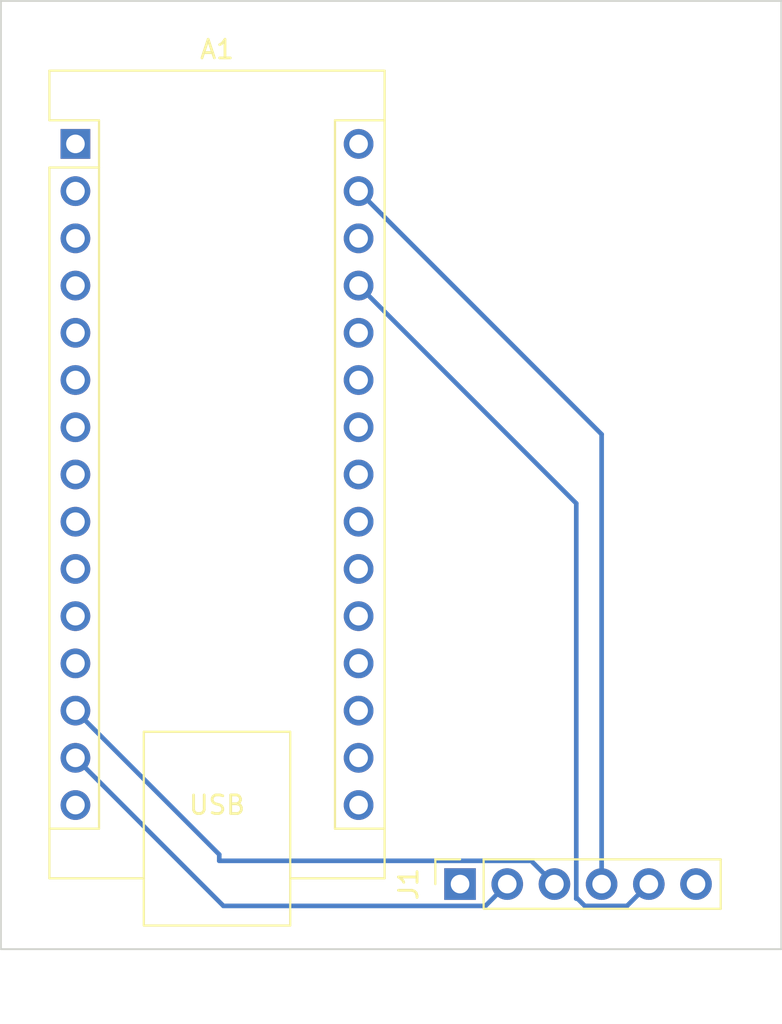
<source format=kicad_pcb>
(kicad_pcb (version 20221018) (generator pcbnew)
  (layers (0 "F.Cu" signal) (31 "B.Cu" signal) (34 "B.Paste" user) (35 "F.Paste" user) (36 "B.SilkS" user "B.Silkscreen") (37 "F.SilkS" user "F.Silkscreen") (38 "B.Mask" user) (39 "F.Mask" user) (44 "Edge.Cuts" user))
  (net 0 "")
  (net 4 "gnd")
  (net 13 "tx")
  (net 14 "rx")
  (net 27 "vcc")
  (net 30 "en")
  (net 31 "state")
  (footprint "Connector_PinSocket_2.54mm:PinSocket_1x06_P2.54mm_Vertical" (layer "F.Cu") (at 82.96 83.5 90)
    (fp_text reference "J1" (at 0 -2.77 90) (layer "F.SilkS"))
    (fp_text value "Conn_01x06_Socket")
    (fp_line (start -1.33 1.27) (end -1.33 14.03) (stroke (width 0.12)) (layer "F.SilkS"))
    (fp_line (start -1.33 1.27) (end 1.33 1.27) (stroke (width 0.12)) (layer "F.SilkS"))
    (fp_line (start -1.33 14.03) (end 1.33 14.03) (stroke (width 0.12)) (layer "F.SilkS"))
    (fp_line (start 0 -1.33) (end 1.33 -1.33) (stroke (width 0.12)) (layer "F.SilkS"))
    (fp_line (start 1.33 -1.33) (end 1.33 0) (stroke (width 0.12)) (layer "F.SilkS"))
    (fp_line (start 1.33 1.27) (end 1.33 14.03) (stroke (width 0.12)) (layer "F.SilkS"))
    (pad "1" thru_hole rect (at 0 0 90) (size 1.7 1.7) (drill 1) (layers "*.Cu" "*.Mask") (net 31 "state"))
    (pad "2" thru_hole oval (at 0 2.54 90) (size 1.7 1.7) (drill 1) (layers "*.Cu" "*.Mask") (net 14 "rx"))
    (pad "3" thru_hole oval (at 0 5.08 90) (size 1.7 1.7) (drill 1) (layers "*.Cu" "*.Mask") (net 13 "tx"))
    (pad "4" thru_hole oval (at 0 7.62 90) (size 1.7 1.7) (drill 1) (layers "*.Cu" "*.Mask") (net 4 "gnd"))
    (pad "5" thru_hole oval (at 0 10.16 90) (size 1.7 1.7) (drill 1) (layers "*.Cu" "*.Mask") (net 27 "vcc"))
    (pad "6" thru_hole oval (at 0 12.7 90) (size 1.7 1.7) (drill 1) (layers "*.Cu" "*.Mask") (net 30 "en"))
  )
  (footprint "Module:Arduino_Nano" (layer "F.Cu") (at 62.26 43.69)
    (fp_text reference "A1" (at 7.62 -5.08) (layer "F.SilkS"))
    (fp_text value "Arduino_Nano_v3.x")
    (fp_text user "USB" (at 7.62 35.56 unlocked) (layer "F.SilkS"))
    (fp_line (start -1.4 -3.94) (end -1.4 -1.27) (stroke (width 0.12)) (layer "F.SilkS"))
    (fp_line (start -1.4 1.27) (end -1.4 39.5) (stroke (width 0.12)) (layer "F.SilkS"))
    (fp_line (start -1.4 39.5) (end 3.68 39.5) (stroke (width 0.12)) (layer "F.SilkS"))
    (fp_line (start 1.27 -1.27) (end -1.4 -1.27) (stroke (width 0.12)) (layer "F.SilkS"))
    (fp_line (start 1.27 1.27) (end -1.4 1.27) (stroke (width 0.12)) (layer "F.SilkS"))
    (fp_line (start 1.27 1.27) (end 1.27 -1.27) (stroke (width 0.12)) (layer "F.SilkS"))
    (fp_line (start 1.27 1.27) (end 1.27 36.83) (stroke (width 0.12)) (layer "F.SilkS"))
    (fp_line (start 1.27 36.83) (end -1.4 36.83) (stroke (width 0.12)) (layer "F.SilkS"))
    (fp_line (start 3.68 31.62) (end 11.56 31.62) (stroke (width 0.12)) (layer "F.SilkS"))
    (fp_line (start 3.68 42.04) (end 3.68 31.62) (stroke (width 0.12)) (layer "F.SilkS"))
    (fp_line (start 11.56 31.62) (end 11.56 42.04) (stroke (width 0.12)) (layer "F.SilkS"))
    (fp_line (start 11.56 42.04) (end 3.68 42.04) (stroke (width 0.12)) (layer "F.SilkS"))
    (fp_line (start 13.97 -1.27) (end 13.97 36.83) (stroke (width 0.12)) (layer "F.SilkS"))
    (fp_line (start 13.97 -1.27) (end 16.64 -1.27) (stroke (width 0.12)) (layer "F.SilkS"))
    (fp_line (start 13.97 36.83) (end 16.64 36.83) (stroke (width 0.12)) (layer "F.SilkS"))
    (fp_line (start 16.64 -3.94) (end -1.4 -3.94) (stroke (width 0.12)) (layer "F.SilkS"))
    (fp_line (start 16.64 39.5) (end 11.56 39.5) (stroke (width 0.12)) (layer "F.SilkS"))
    (fp_line (start 16.64 39.5) (end 16.64 -3.94) (stroke (width 0.12)) (layer "F.SilkS"))
    (pad "1" thru_hole rect (at 0 0) (size 1.6 1.6) (drill 1) (layers "*.Cu" "*.Mask"))
    (pad "2" thru_hole oval (at 0 2.54) (size 1.6 1.6) (drill 1) (layers "*.Cu" "*.Mask"))
    (pad "3" thru_hole oval (at 0 5.08) (size 1.6 1.6) (drill 1) (layers "*.Cu" "*.Mask"))
    (pad "4" thru_hole oval (at 0 7.62) (size 1.6 1.6) (drill 1) (layers "*.Cu" "*.Mask") (net 4 "gnd"))
    (pad "5" thru_hole oval (at 0 10.16) (size 1.6 1.6) (drill 1) (layers "*.Cu" "*.Mask"))
    (pad "6" thru_hole oval (at 0 12.7) (size 1.6 1.6) (drill 1) (layers "*.Cu" "*.Mask"))
    (pad "7" thru_hole oval (at 0 15.24) (size 1.6 1.6) (drill 1) (layers "*.Cu" "*.Mask"))
    (pad "8" thru_hole oval (at 0 17.78) (size 1.6 1.6) (drill 1) (layers "*.Cu" "*.Mask"))
    (pad "9" thru_hole oval (at 0 20.32) (size 1.6 1.6) (drill 1) (layers "*.Cu" "*.Mask"))
    (pad "10" thru_hole oval (at 0 22.86) (size 1.6 1.6) (drill 1) (layers "*.Cu" "*.Mask"))
    (pad "11" thru_hole oval (at 0 25.4) (size 1.6 1.6) (drill 1) (layers "*.Cu" "*.Mask"))
    (pad "12" thru_hole oval (at 0 27.94) (size 1.6 1.6) (drill 1) (layers "*.Cu" "*.Mask"))
    (pad "13" thru_hole oval (at 0 30.48) (size 1.6 1.6) (drill 1) (layers "*.Cu" "*.Mask") (net 13 "tx"))
    (pad "14" thru_hole oval (at 0 33.02) (size 1.6 1.6) (drill 1) (layers "*.Cu" "*.Mask") (net 14 "rx"))
    (pad "15" thru_hole oval (at 0 35.56) (size 1.6 1.6) (drill 1) (layers "*.Cu" "*.Mask"))
    (pad "16" thru_hole oval (at 15.24 35.56) (size 1.6 1.6) (drill 1) (layers "*.Cu" "*.Mask"))
    (pad "17" thru_hole oval (at 15.24 33.02) (size 1.6 1.6) (drill 1) (layers "*.Cu" "*.Mask"))
    (pad "18" thru_hole oval (at 15.24 30.48) (size 1.6 1.6) (drill 1) (layers "*.Cu" "*.Mask"))
    (pad "19" thru_hole oval (at 15.24 27.94) (size 1.6 1.6) (drill 1) (layers "*.Cu" "*.Mask"))
    (pad "20" thru_hole oval (at 15.24 25.4) (size 1.6 1.6) (drill 1) (layers "*.Cu" "*.Mask"))
    (pad "21" thru_hole oval (at 15.24 22.86) (size 1.6 1.6) (drill 1) (layers "*.Cu" "*.Mask"))
    (pad "22" thru_hole oval (at 15.24 20.32) (size 1.6 1.6) (drill 1) (layers "*.Cu" "*.Mask"))
    (pad "23" thru_hole oval (at 15.24 17.78) (size 1.6 1.6) (drill 1) (layers "*.Cu" "*.Mask"))
    (pad "24" thru_hole oval (at 15.24 15.24) (size 1.6 1.6) (drill 1) (layers "*.Cu" "*.Mask"))
    (pad "25" thru_hole oval (at 15.24 12.7) (size 1.6 1.6) (drill 1) (layers "*.Cu" "*.Mask"))
    (pad "26" thru_hole oval (at 15.24 10.16) (size 1.6 1.6) (drill 1) (layers "*.Cu" "*.Mask"))
    (pad "27" thru_hole oval (at 15.24 7.62) (size 1.6 1.6) (drill 1) (layers "*.Cu" "*.Mask") (net 27 "vcc"))
    (pad "28" thru_hole oval (at 15.24 5.08) (size 1.6 1.6) (drill 1) (layers "*.Cu" "*.Mask"))
    (pad "29" thru_hole oval (at 15.24 2.54) (size 1.6 1.6) (drill 1) (layers "*.Cu" "*.Mask") (net 4 "gnd"))
    (pad "30" thru_hole oval (at 15.24 0) (size 1.6 1.6) (drill 1) (layers "*.Cu" "*.Mask"))
  )
  (gr_rect (start 58.25 36) (end 100.25 87) (stroke (width 0.1)) (fill none) (layer "Edge.Cuts"))
  (segment (start 90.58 59.31) (end 77.5 46.23) (width 0.25) (layer "B.Cu") (net 4))
  (segment (start 90.58 83.5) (end 90.58 59.31) (width 0.25) (layer "B.Cu") (net 4))
  (segment (start 88.04 83.5) (end 86.79 82.25) (width 0.25) (layer "B.Cu") (net 13))
  (segment (start 70 82.25) (end 70 81.91) (width 0.25) (layer "B.Cu") (net 13))
  (segment (start 70 81.91) (end 62.26 74.17) (width 0.25) (layer "B.Cu") (net 13))
  (segment (start 86.79 82.25) (end 70 82.25) (width 0.25) (layer "B.Cu") (net 13))
  (segment (start 70.225 84.675) (end 62.26 76.71) (width 0.25) (layer "B.Cu") (net 14))
  (segment (start 84.325 84.675) (end 70.225 84.675) (width 0.25) (layer "B.Cu") (net 14))
  (segment (start 85.5 83.5) (end 84.325 84.675) (width 0.25) (layer "B.Cu") (net 14))
  (segment (start 91.945 84.675) (end 89.675 84.675) (width 0.25) (layer "B.Cu") (net 27))
  (segment (start 89.25 84.25) (end 89.215 84.285) (width 0.25) (layer "B.Cu") (net 27))
  (segment (start 89.215 63.025) (end 77.5 51.31) (width 0.25) (layer "B.Cu") (net 27))
  (segment (start 89.675 84.675) (end 89.25 84.25) (width 0.25) (layer "B.Cu") (net 27))
  (segment (start 89.215 84.285) (end 89.215 63.025) (width 0.25) (layer "B.Cu") (net 27))
  (segment (start 93.12 83.5) (end 91.945 84.675) (width 0.25) (layer "B.Cu") (net 27))
)
</source>
